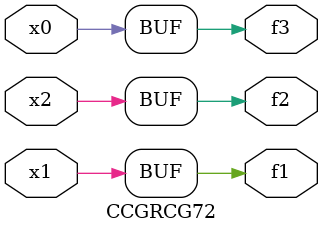
<source format=v>
module CCGRCG72(
	input x0, x1, x2,
	output f1, f2, f3
);
	assign f1 = x1;
	assign f2 = x2;
	assign f3 = x0;
endmodule

</source>
